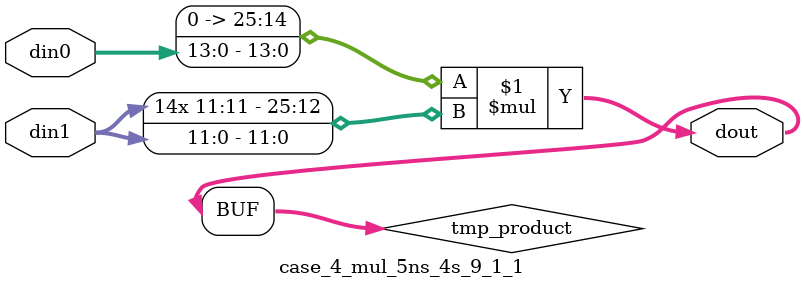
<source format=v>

`timescale 1 ns / 1 ps

 (* use_dsp = "no" *)  module case_4_mul_5ns_4s_9_1_1(din0, din1, dout);
parameter ID = 1;
parameter NUM_STAGE = 0;
parameter din0_WIDTH = 14;
parameter din1_WIDTH = 12;
parameter dout_WIDTH = 26;

input [din0_WIDTH - 1 : 0] din0; 
input [din1_WIDTH - 1 : 0] din1; 
output [dout_WIDTH - 1 : 0] dout;

wire signed [dout_WIDTH - 1 : 0] tmp_product;

























assign tmp_product = $signed({1'b0, din0}) * $signed(din1);










assign dout = tmp_product;





















endmodule

</source>
